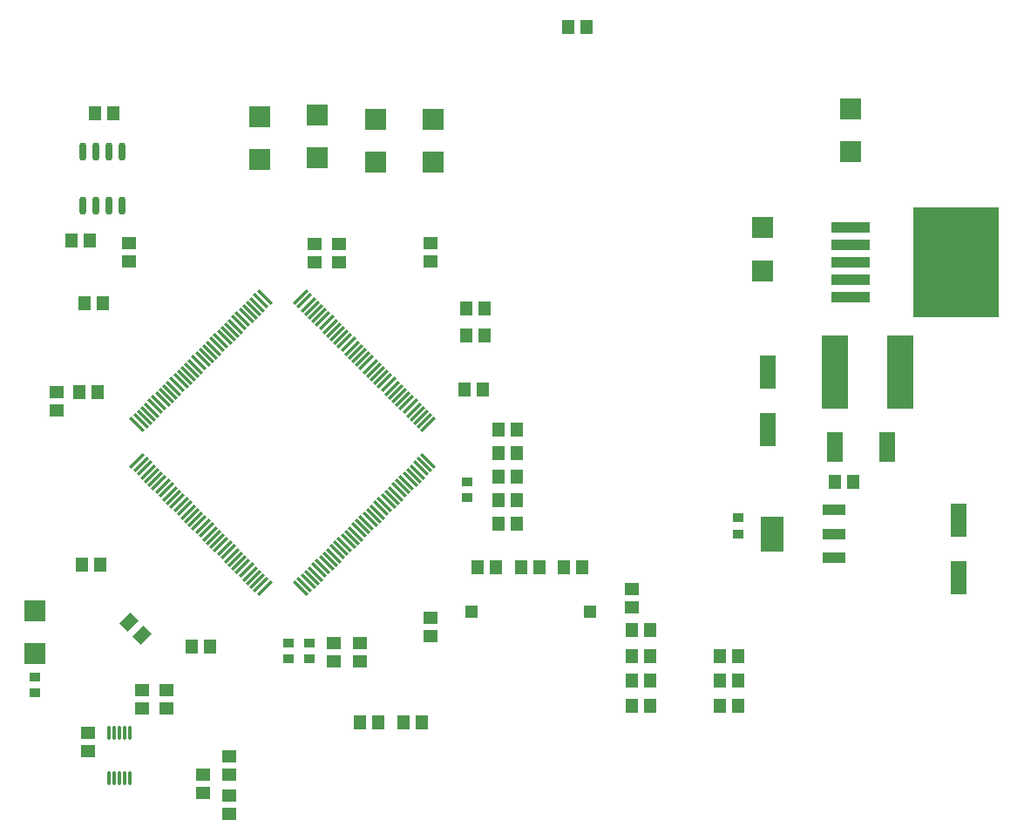
<source format=gtp>
G04*
G04 #@! TF.GenerationSoftware,Altium Limited,Altium Designer,18.1.9 (240)*
G04*
G04 Layer_Color=8421504*
%FSLAX25Y25*%
%MOIN*%
G70*
G01*
G75*
%ADD21R,0.04567X0.05787*%
%ADD22R,0.05787X0.04567*%
%ADD23R,0.03858X0.03661*%
%ADD24O,0.02756X0.07087*%
%ADD25O,0.01102X0.05512*%
%ADD26R,0.07874X0.07874*%
G04:AMPARAMS|DCode=27|XSize=45.67mil|YSize=57.87mil|CornerRadius=0mil|HoleSize=0mil|Usage=FLASHONLY|Rotation=135.000|XOffset=0mil|YOffset=0mil|HoleType=Round|Shape=Rectangle|*
%AMROTATEDRECTD27*
4,1,4,0.03661,0.00432,-0.00432,-0.03661,-0.03661,-0.00432,0.00432,0.03661,0.03661,0.00432,0.0*
%
%ADD27ROTATEDRECTD27*%

%ADD28R,0.09843X0.28347*%
%ADD29R,0.05906X0.11811*%
%ADD30R,0.05000X0.05000*%
G04:AMPARAMS|DCode=31|XSize=10mil|YSize=70.87mil|CornerRadius=0mil|HoleSize=0mil|Usage=FLASHONLY|Rotation=225.000|XOffset=0mil|YOffset=0mil|HoleType=Round|Shape=Rectangle|*
%AMROTATEDRECTD31*
4,1,4,-0.02152,0.02859,0.02859,-0.02152,0.02152,-0.02859,-0.02859,0.02152,-0.02152,0.02859,0.0*
%
%ADD31ROTATEDRECTD31*%

G04:AMPARAMS|DCode=32|XSize=10mil|YSize=70.87mil|CornerRadius=0mil|HoleSize=0mil|Usage=FLASHONLY|Rotation=135.000|XOffset=0mil|YOffset=0mil|HoleType=Round|Shape=Rectangle|*
%AMROTATEDRECTD32*
4,1,4,0.02859,0.02152,-0.02152,-0.02859,-0.02859,-0.02152,0.02152,0.02859,0.02859,0.02152,0.0*
%
%ADD32ROTATEDRECTD32*%

%ADD33R,0.33071X0.41929*%
%ADD34R,0.14961X0.04134*%
%ADD35R,0.05906X0.12598*%
%ADD36R,0.08661X0.03937*%
%ADD37R,0.08661X0.13780*%
D21*
X196496Y207000D02*
D03*
X203504D02*
D03*
Y198000D02*
D03*
X196496D02*
D03*
X254504Y130500D02*
D03*
X247496D02*
D03*
X150500Y95000D02*
D03*
X143492D02*
D03*
X159996D02*
D03*
X167004D02*
D03*
X254504Y120500D02*
D03*
X247496D02*
D03*
X280996Y120500D02*
D03*
X288004D02*
D03*
X254504Y111000D02*
D03*
X247496D02*
D03*
X280996Y111000D02*
D03*
X288004D02*
D03*
X280996Y101500D02*
D03*
X288004D02*
D03*
X254504Y101500D02*
D03*
X247496D02*
D03*
X183496Y222500D02*
D03*
X190504D02*
D03*
X191004Y243000D02*
D03*
X183996D02*
D03*
X44004Y155500D02*
D03*
X36996D02*
D03*
X78996Y123988D02*
D03*
X86004D02*
D03*
X40146Y279500D02*
D03*
X33138D02*
D03*
X37996Y255492D02*
D03*
X45004D02*
D03*
X203504Y180000D02*
D03*
X196496D02*
D03*
X203504Y189000D02*
D03*
X196496D02*
D03*
Y171106D02*
D03*
X203504D02*
D03*
X43004Y221500D02*
D03*
X35996D02*
D03*
X332004Y187000D02*
D03*
X324996D02*
D03*
X188492Y154500D02*
D03*
X195500D02*
D03*
X212004D02*
D03*
X204996D02*
D03*
X228504D02*
D03*
X221496D02*
D03*
X222996Y361000D02*
D03*
X230004D02*
D03*
X41996Y328000D02*
D03*
X49004D02*
D03*
X191004Y253500D02*
D03*
X183996D02*
D03*
D22*
X69335Y100496D02*
D03*
Y107504D02*
D03*
X60000Y100496D02*
D03*
Y107504D02*
D03*
X39500Y91004D02*
D03*
Y83996D02*
D03*
X143500Y125504D02*
D03*
Y118496D02*
D03*
X170500Y135004D02*
D03*
Y127996D02*
D03*
X133500Y118496D02*
D03*
Y125504D02*
D03*
X126000Y270996D02*
D03*
Y278004D02*
D03*
X135500Y270996D02*
D03*
Y278004D02*
D03*
X27500Y214500D02*
D03*
Y221508D02*
D03*
X93500Y82000D02*
D03*
Y74992D02*
D03*
Y59992D02*
D03*
Y67000D02*
D03*
X83500Y75000D02*
D03*
Y67992D02*
D03*
X247496Y138996D02*
D03*
Y146004D02*
D03*
X170500Y271496D02*
D03*
Y278504D02*
D03*
X55000D02*
D03*
Y271496D02*
D03*
D23*
X184500Y187031D02*
D03*
Y180968D02*
D03*
X19000Y106468D02*
D03*
Y112531D02*
D03*
X124000Y125531D02*
D03*
Y119468D02*
D03*
X116000Y125531D02*
D03*
Y119468D02*
D03*
X288218Y167187D02*
D03*
Y173250D02*
D03*
D24*
X52500Y313236D02*
D03*
X47500D02*
D03*
X42500D02*
D03*
X37500D02*
D03*
X52500Y292764D02*
D03*
X47500D02*
D03*
X42500D02*
D03*
X37500D02*
D03*
D25*
X47563Y91161D02*
D03*
X49531D02*
D03*
X51500D02*
D03*
X53469D02*
D03*
X55437D02*
D03*
Y73839D02*
D03*
X53469D02*
D03*
X51500D02*
D03*
X49531D02*
D03*
X47563D02*
D03*
D26*
X19000Y137768D02*
D03*
Y121232D02*
D03*
X297500Y284268D02*
D03*
Y267732D02*
D03*
X331000Y313232D02*
D03*
Y329768D02*
D03*
X149333Y325768D02*
D03*
Y309232D02*
D03*
X171500Y325768D02*
D03*
Y309232D02*
D03*
X105000Y326768D02*
D03*
Y310232D02*
D03*
X127167Y327500D02*
D03*
Y310965D02*
D03*
D27*
X59955Y128545D02*
D03*
X55000Y133500D02*
D03*
D28*
X350000Y229000D02*
D03*
X325000D02*
D03*
D29*
Y200500D02*
D03*
X345000D02*
D03*
D30*
X231244Y137500D02*
D03*
X185969D02*
D03*
D31*
X120837Y146308D02*
D03*
X122229Y147700D02*
D03*
X123621Y149092D02*
D03*
X125013Y150484D02*
D03*
X126405Y151875D02*
D03*
X127797Y153268D02*
D03*
X129189Y154659D02*
D03*
X130581Y156051D02*
D03*
X131973Y157443D02*
D03*
X133364Y158835D02*
D03*
X134756Y160227D02*
D03*
X136148Y161619D02*
D03*
X137540Y163011D02*
D03*
X138932Y164403D02*
D03*
X140324Y165795D02*
D03*
X141716Y167187D02*
D03*
X143108Y168579D02*
D03*
X144500Y169971D02*
D03*
X145892Y171363D02*
D03*
X147284Y172755D02*
D03*
X148676Y174147D02*
D03*
X150068Y175539D02*
D03*
X151460Y176930D02*
D03*
X152852Y178322D02*
D03*
X154244Y179714D02*
D03*
X155635Y181106D02*
D03*
X157027Y182498D02*
D03*
X158419Y183890D02*
D03*
X159811Y185282D02*
D03*
X161203Y186674D02*
D03*
X162595Y188066D02*
D03*
X163987Y189458D02*
D03*
X165379Y190850D02*
D03*
X166771Y192242D02*
D03*
X168163Y193634D02*
D03*
X169555Y195026D02*
D03*
X106918Y257663D02*
D03*
X105526Y256271D02*
D03*
X104134Y254879D02*
D03*
X102742Y253487D02*
D03*
X101350Y252095D02*
D03*
X99958Y250703D02*
D03*
X98566Y249311D02*
D03*
X97174Y247919D02*
D03*
X95782Y246528D02*
D03*
X94390Y245135D02*
D03*
X92998Y243744D02*
D03*
X91606Y242352D02*
D03*
X90214Y240960D02*
D03*
X88822Y239568D02*
D03*
X87430Y238176D02*
D03*
X86039Y236784D02*
D03*
X84647Y235392D02*
D03*
X83255Y234000D02*
D03*
X81863Y232608D02*
D03*
X80471Y231216D02*
D03*
X79079Y229824D02*
D03*
X77687Y228432D02*
D03*
X76295Y227040D02*
D03*
X74903Y225648D02*
D03*
X73511Y224256D02*
D03*
X72119Y222865D02*
D03*
X70727Y221473D02*
D03*
X69335Y220081D02*
D03*
X67943Y218689D02*
D03*
X66551Y217297D02*
D03*
X65159Y215905D02*
D03*
X63767Y214513D02*
D03*
X62375Y213121D02*
D03*
X60984Y211729D02*
D03*
X59592Y210337D02*
D03*
X58200Y208945D02*
D03*
D32*
X169555Y208945D02*
D03*
X168163Y210337D02*
D03*
X166771Y211729D02*
D03*
X165379Y213121D02*
D03*
X163987Y214513D02*
D03*
X162595Y215905D02*
D03*
X161203Y217297D02*
D03*
X159811Y218689D02*
D03*
X158419Y220081D02*
D03*
X157027Y221473D02*
D03*
X155635Y222865D02*
D03*
X154244Y224256D02*
D03*
X152852Y225648D02*
D03*
X151460Y227040D02*
D03*
X150068Y228432D02*
D03*
X148676Y229824D02*
D03*
X147284Y231216D02*
D03*
X145892Y232608D02*
D03*
X144500Y234000D02*
D03*
X143108Y235392D02*
D03*
X141716Y236784D02*
D03*
X140324Y238176D02*
D03*
X138932Y239568D02*
D03*
X137540Y240960D02*
D03*
X136148Y242352D02*
D03*
X134756Y243744D02*
D03*
X133364Y245135D02*
D03*
X131973Y246528D02*
D03*
X130581Y247919D02*
D03*
X129189Y249311D02*
D03*
X127797Y250703D02*
D03*
X126405Y252095D02*
D03*
X125013Y253487D02*
D03*
X123621Y254879D02*
D03*
X122229Y256271D02*
D03*
X120837Y257663D02*
D03*
X58200Y195026D02*
D03*
X59592Y193634D02*
D03*
X60984Y192242D02*
D03*
X62375Y190850D02*
D03*
X63767Y189458D02*
D03*
X65159Y188066D02*
D03*
X66551Y186674D02*
D03*
X67943Y185282D02*
D03*
X69335Y183890D02*
D03*
X70727Y182498D02*
D03*
X72119Y181106D02*
D03*
X73511Y179714D02*
D03*
X74903Y178322D02*
D03*
X76295Y176930D02*
D03*
X77687Y175539D02*
D03*
X79079Y174147D02*
D03*
X80471Y172755D02*
D03*
X81863Y171363D02*
D03*
X83255Y169971D02*
D03*
X84647Y168579D02*
D03*
X86039Y167187D02*
D03*
X87430Y165795D02*
D03*
X88822Y164403D02*
D03*
X90214Y163011D02*
D03*
X91606Y161619D02*
D03*
X92998Y160227D02*
D03*
X94390Y158835D02*
D03*
X95782Y157443D02*
D03*
X97174Y156051D02*
D03*
X98566Y154659D02*
D03*
X99958Y153268D02*
D03*
X101350Y151875D02*
D03*
X102742Y150484D02*
D03*
X104134Y149092D02*
D03*
X105526Y147700D02*
D03*
X106918Y146308D02*
D03*
D33*
X371500Y271000D02*
D03*
D34*
X330949Y257614D02*
D03*
X330949Y264307D02*
D03*
Y271000D02*
D03*
Y277693D02*
D03*
Y284386D02*
D03*
D35*
X299500Y206976D02*
D03*
Y229000D02*
D03*
X372500Y150476D02*
D03*
Y172500D02*
D03*
D36*
X324811Y158132D02*
D03*
Y167187D02*
D03*
Y176242D02*
D03*
D37*
X301189Y167187D02*
D03*
M02*

</source>
